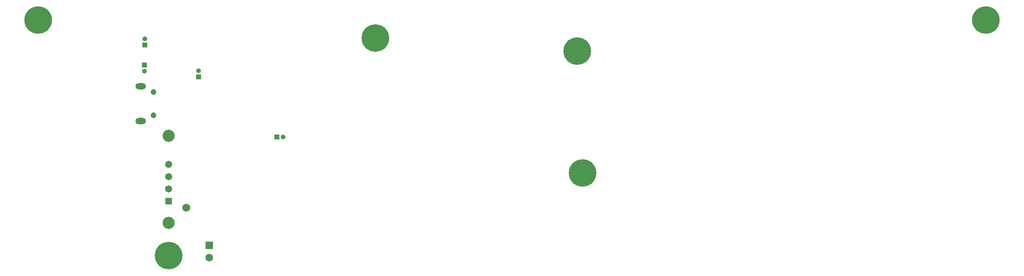
<source format=gbr>
%TF.GenerationSoftware,KiCad,Pcbnew,8.0.5*%
%TF.CreationDate,2025-02-04T15:21:29-08:00*%
%TF.ProjectId,MM36-Dash,4d4d3336-2d44-4617-9368-2e6b69636164,rev?*%
%TF.SameCoordinates,Original*%
%TF.FileFunction,Soldermask,Bot*%
%TF.FilePolarity,Negative*%
%FSLAX46Y46*%
G04 Gerber Fmt 4.6, Leading zero omitted, Abs format (unit mm)*
G04 Created by KiCad (PCBNEW 8.0.5) date 2025-02-04 15:21:29*
%MOMM*%
%LPD*%
G01*
G04 APERTURE LIST*
%ADD10R,1.000000X1.000000*%
%ADD11O,1.000000X1.000000*%
%ADD12C,1.600000*%
%ADD13R,1.600000X1.600000*%
%ADD14C,1.200000*%
%ADD15O,2.200000X1.300000*%
%ADD16C,5.700000*%
%ADD17C,3.600000*%
%ADD18C,2.500000*%
%ADD19C,1.650000*%
%ADD20R,1.478000X1.478000*%
%ADD21C,1.478000*%
G04 APERTURE END LIST*
D10*
%TO.C,J5*%
X141700000Y-135200000D03*
D11*
X141700000Y-133930000D03*
%TD*%
D10*
%TO.C,J1*%
X157830000Y-147600000D03*
D11*
X159100000Y-147600000D03*
%TD*%
%TO.C,J4*%
X130575000Y-127305000D03*
D10*
X130575000Y-128575000D03*
%TD*%
D11*
%TO.C,J2*%
X130500000Y-133970000D03*
D10*
X130500000Y-132700000D03*
%TD*%
D12*
%TO.C,C2*%
X143850000Y-172600000D03*
D13*
X143850000Y-170100000D03*
%TD*%
D14*
%TO.C,USB1*%
X132350000Y-143125000D03*
D15*
X129700000Y-144300000D03*
X129700000Y-137100000D03*
D14*
X132350000Y-138275000D03*
%TD*%
D16*
%TO.C,H1*%
X135500000Y-172200000D03*
D17*
X135500000Y-172200000D03*
%TD*%
D16*
%TO.C,H1*%
X108579996Y-123443576D03*
D17*
X108579996Y-123443576D03*
%TD*%
D16*
%TO.C,REF\u002A\u002A*%
X178200000Y-127100000D03*
D17*
X178200000Y-127100000D03*
%TD*%
D16*
%TO.C,REF\u002A\u002A*%
X219850000Y-129850000D03*
D17*
X219850000Y-129850000D03*
%TD*%
D16*
%TO.C,REF\u002A\u002A*%
X304133706Y-123443576D03*
D17*
X304133706Y-123443576D03*
%TD*%
D16*
%TO.C,REF\u002A\u002A*%
X220896696Y-155104076D03*
D17*
X220896696Y-155104076D03*
%TD*%
D18*
%TO.C,J3*%
X135512500Y-165410000D03*
D19*
X139112500Y-162300000D03*
D18*
X135512500Y-147410000D03*
D20*
X135512500Y-160910000D03*
D21*
X135512500Y-158370000D03*
X135512500Y-155830000D03*
X135512500Y-153290000D03*
%TD*%
M02*

</source>
